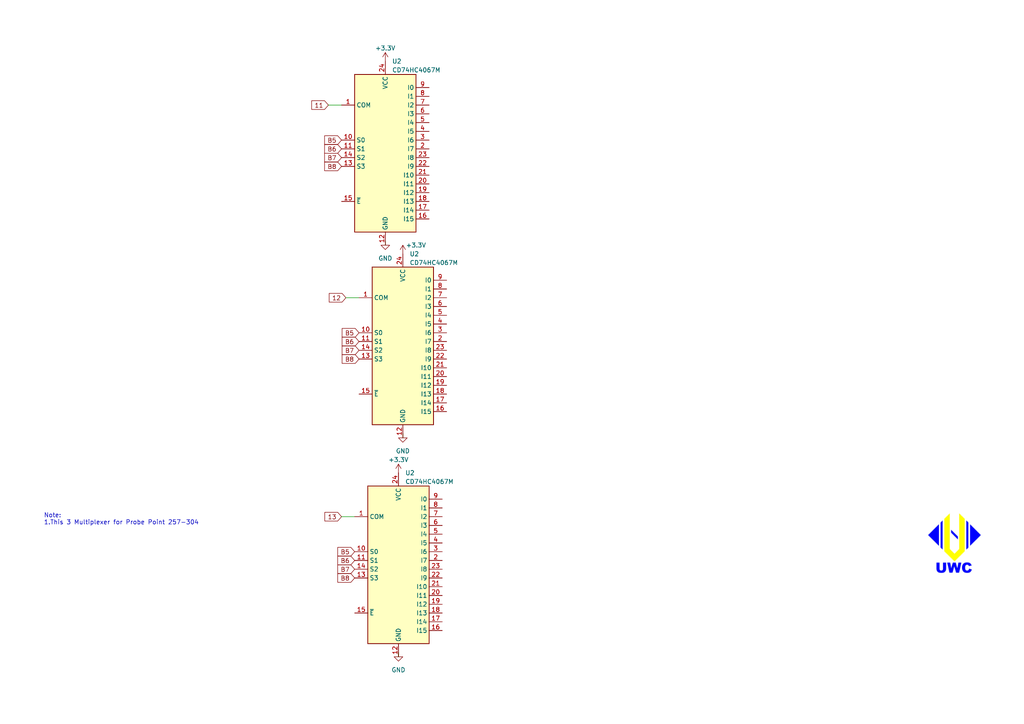
<source format=kicad_sch>
(kicad_sch (version 20230121) (generator eeschema)

  (uuid e76c00fe-8b1d-4880-97a1-18fb09ed1afe)

  (paper "A4")

  (title_block
    (rev "0")
    (company "UWC")
    (comment 1 "Danial Khir")
  )

  (lib_symbols
    (symbol "74xx:CD74HC4067M" (in_bom yes) (on_board yes)
      (property "Reference" "U" (at -8.89 22.86 0)
        (effects (font (size 1.27 1.27)) (justify left))
      )
      (property "Value" "CD74HC4067M" (at 1.27 22.86 0)
        (effects (font (size 1.27 1.27)) (justify left))
      )
      (property "Footprint" "Package_SO:SOIC-24W_7.5x15.4mm_P1.27mm" (at 22.86 -25.4 0)
        (effects (font (size 1.27 1.27) italic) hide)
      )
      (property "Datasheet" "http://www.ti.com/lit/ds/symlink/cd74hc4067.pdf" (at -8.89 21.59 0)
        (effects (font (size 1.27 1.27)) hide)
      )
      (property "ki_keywords" "multiplexer demultiplexer mux demux" (at 0 0 0)
        (effects (font (size 1.27 1.27)) hide)
      )
      (property "ki_description" "High-Speed CMOS Logic 16-Channel Analog Multiplexer/Demultiplexer, SOIC-24" (at 0 0 0)
        (effects (font (size 1.27 1.27)) hide)
      )
      (property "ki_fp_filters" "SOIC*W*7.5x15.4mm*P1.27mm*" (at 0 0 0)
        (effects (font (size 1.27 1.27)) hide)
      )
      (symbol "CD74HC4067M_0_1"
        (rectangle (start -8.89 21.59) (end 8.89 -24.13)
          (stroke (width 0.254) (type default))
          (fill (type background))
        )
      )
      (symbol "CD74HC4067M_1_1"
        (pin passive line (at -12.7 12.7 0) (length 3.81)
          (name "COM" (effects (font (size 1.27 1.27))))
          (number "1" (effects (font (size 1.27 1.27))))
        )
        (pin input line (at -12.7 2.54 0) (length 3.81)
          (name "S0" (effects (font (size 1.27 1.27))))
          (number "10" (effects (font (size 1.27 1.27))))
        )
        (pin input line (at -12.7 0 0) (length 3.81)
          (name "S1" (effects (font (size 1.27 1.27))))
          (number "11" (effects (font (size 1.27 1.27))))
        )
        (pin power_in line (at 0 -27.94 90) (length 3.81)
          (name "GND" (effects (font (size 1.27 1.27))))
          (number "12" (effects (font (size 1.27 1.27))))
        )
        (pin input line (at -12.7 -5.08 0) (length 3.81)
          (name "S3" (effects (font (size 1.27 1.27))))
          (number "13" (effects (font (size 1.27 1.27))))
        )
        (pin input line (at -12.7 -2.54 0) (length 3.81)
          (name "S2" (effects (font (size 1.27 1.27))))
          (number "14" (effects (font (size 1.27 1.27))))
        )
        (pin input line (at -12.7 -15.24 0) (length 3.81)
          (name "~{E}" (effects (font (size 1.27 1.27))))
          (number "15" (effects (font (size 1.27 1.27))))
        )
        (pin passive line (at 12.7 -20.32 180) (length 3.81)
          (name "I15" (effects (font (size 1.27 1.27))))
          (number "16" (effects (font (size 1.27 1.27))))
        )
        (pin passive line (at 12.7 -17.78 180) (length 3.81)
          (name "I14" (effects (font (size 1.27 1.27))))
          (number "17" (effects (font (size 1.27 1.27))))
        )
        (pin passive line (at 12.7 -15.24 180) (length 3.81)
          (name "I13" (effects (font (size 1.27 1.27))))
          (number "18" (effects (font (size 1.27 1.27))))
        )
        (pin passive line (at 12.7 -12.7 180) (length 3.81)
          (name "I12" (effects (font (size 1.27 1.27))))
          (number "19" (effects (font (size 1.27 1.27))))
        )
        (pin passive line (at 12.7 0 180) (length 3.81)
          (name "I7" (effects (font (size 1.27 1.27))))
          (number "2" (effects (font (size 1.27 1.27))))
        )
        (pin passive line (at 12.7 -10.16 180) (length 3.81)
          (name "I11" (effects (font (size 1.27 1.27))))
          (number "20" (effects (font (size 1.27 1.27))))
        )
        (pin passive line (at 12.7 -7.62 180) (length 3.81)
          (name "I10" (effects (font (size 1.27 1.27))))
          (number "21" (effects (font (size 1.27 1.27))))
        )
        (pin passive line (at 12.7 -5.08 180) (length 3.81)
          (name "I9" (effects (font (size 1.27 1.27))))
          (number "22" (effects (font (size 1.27 1.27))))
        )
        (pin passive line (at 12.7 -2.54 180) (length 3.81)
          (name "I8" (effects (font (size 1.27 1.27))))
          (number "23" (effects (font (size 1.27 1.27))))
        )
        (pin power_in line (at 0 25.4 270) (length 3.81)
          (name "VCC" (effects (font (size 1.27 1.27))))
          (number "24" (effects (font (size 1.27 1.27))))
        )
        (pin passive line (at 12.7 2.54 180) (length 3.81)
          (name "I6" (effects (font (size 1.27 1.27))))
          (number "3" (effects (font (size 1.27 1.27))))
        )
        (pin passive line (at 12.7 5.08 180) (length 3.81)
          (name "I5" (effects (font (size 1.27 1.27))))
          (number "4" (effects (font (size 1.27 1.27))))
        )
        (pin passive line (at 12.7 7.62 180) (length 3.81)
          (name "I4" (effects (font (size 1.27 1.27))))
          (number "5" (effects (font (size 1.27 1.27))))
        )
        (pin passive line (at 12.7 10.16 180) (length 3.81)
          (name "I3" (effects (font (size 1.27 1.27))))
          (number "6" (effects (font (size 1.27 1.27))))
        )
        (pin passive line (at 12.7 12.7 180) (length 3.81)
          (name "I2" (effects (font (size 1.27 1.27))))
          (number "7" (effects (font (size 1.27 1.27))))
        )
        (pin passive line (at 12.7 15.24 180) (length 3.81)
          (name "I1" (effects (font (size 1.27 1.27))))
          (number "8" (effects (font (size 1.27 1.27))))
        )
        (pin passive line (at 12.7 17.78 180) (length 3.81)
          (name "I0" (effects (font (size 1.27 1.27))))
          (number "9" (effects (font (size 1.27 1.27))))
        )
      )
    )
    (symbol "power:+3.3V" (power) (pin_names (offset 0)) (in_bom yes) (on_board yes)
      (property "Reference" "#PWR" (at 0 -3.81 0)
        (effects (font (size 1.27 1.27)) hide)
      )
      (property "Value" "+3.3V" (at 0 3.556 0)
        (effects (font (size 1.27 1.27)))
      )
      (property "Footprint" "" (at 0 0 0)
        (effects (font (size 1.27 1.27)) hide)
      )
      (property "Datasheet" "" (at 0 0 0)
        (effects (font (size 1.27 1.27)) hide)
      )
      (property "ki_keywords" "global power" (at 0 0 0)
        (effects (font (size 1.27 1.27)) hide)
      )
      (property "ki_description" "Power symbol creates a global label with name \"+3.3V\"" (at 0 0 0)
        (effects (font (size 1.27 1.27)) hide)
      )
      (symbol "+3.3V_0_1"
        (polyline
          (pts
            (xy -0.762 1.27)
            (xy 0 2.54)
          )
          (stroke (width 0) (type default))
          (fill (type none))
        )
        (polyline
          (pts
            (xy 0 0)
            (xy 0 2.54)
          )
          (stroke (width 0) (type default))
          (fill (type none))
        )
        (polyline
          (pts
            (xy 0 2.54)
            (xy 0.762 1.27)
          )
          (stroke (width 0) (type default))
          (fill (type none))
        )
      )
      (symbol "+3.3V_1_1"
        (pin power_in line (at 0 0 90) (length 0) hide
          (name "+3.3V" (effects (font (size 1.27 1.27))))
          (number "1" (effects (font (size 1.27 1.27))))
        )
      )
    )
    (symbol "power:GND" (power) (pin_names (offset 0)) (in_bom yes) (on_board yes)
      (property "Reference" "#PWR" (at 0 -6.35 0)
        (effects (font (size 1.27 1.27)) hide)
      )
      (property "Value" "GND" (at 0 -3.81 0)
        (effects (font (size 1.27 1.27)))
      )
      (property "Footprint" "" (at 0 0 0)
        (effects (font (size 1.27 1.27)) hide)
      )
      (property "Datasheet" "" (at 0 0 0)
        (effects (font (size 1.27 1.27)) hide)
      )
      (property "ki_keywords" "global power" (at 0 0 0)
        (effects (font (size 1.27 1.27)) hide)
      )
      (property "ki_description" "Power symbol creates a global label with name \"GND\" , ground" (at 0 0 0)
        (effects (font (size 1.27 1.27)) hide)
      )
      (symbol "GND_0_1"
        (polyline
          (pts
            (xy 0 0)
            (xy 0 -1.27)
            (xy 1.27 -1.27)
            (xy 0 -2.54)
            (xy -1.27 -1.27)
            (xy 0 -1.27)
          )
          (stroke (width 0) (type default))
          (fill (type none))
        )
      )
      (symbol "GND_1_1"
        (pin power_in line (at 0 0 270) (length 0) hide
          (name "GND" (effects (font (size 1.27 1.27))))
          (number "1" (effects (font (size 1.27 1.27))))
        )
      )
    )
  )


  (wire (pts (xy 95.25 30.48) (xy 99.06 30.48))
    (stroke (width 0) (type default))
    (uuid 248c98d5-9e2c-48e7-901c-d9337d1916d8)
  )
  (wire (pts (xy 100.33 86.36) (xy 104.14 86.36))
    (stroke (width 0) (type default))
    (uuid 6d3b2fbf-acb6-44c1-9c7c-9aadd6a08b2f)
  )
  (wire (pts (xy 116.84 125.73) (xy 116.84 127))
    (stroke (width 0) (type default))
    (uuid 718f50d1-9a93-4420-a7eb-cc50dc02f870)
  )
  (wire (pts (xy 111.76 69.85) (xy 111.76 71.12))
    (stroke (width 0) (type default))
    (uuid 76459cb9-91c3-4070-a8c7-2302ff6c8701)
  )
  (wire (pts (xy 99.06 149.86) (xy 102.87 149.86))
    (stroke (width 0) (type default))
    (uuid 8da508ac-c3fa-4855-8614-3246a558ab1f)
  )
  (wire (pts (xy 115.57 189.23) (xy 115.57 190.5))
    (stroke (width 0) (type default))
    (uuid 9779a146-e88e-408e-91de-a481422eba4a)
  )

  (image (at 276.86 157.48) (scale 1.41259)
    (uuid 243186d1-7ae6-4e85-a5f9-b734c2902b4c)
    (data
      iVBORw0KGgoAAAANSUhEUgAAAIIAAACUCAYAAABfjPF7AAAABHNCSVQICAgIfAhkiAAAAAlwSFlz
      AABcMAAAXDABsIpz7QAAIABJREFUeJztXXd8VUX2/869r5fUlx5IJdQAYqNZkOK6YmVBlrLo+kPW
      RUSx46oYsBuwoFRRZAUryLq6oqJAKKIiEGpoCYEQ0t/Ly2v3ztz5/fFeIJWS5PGSmO/nc8Xcd2fm
      zL3fe+acOefOELQzuKQNoIzBpLsBhJAWrdtatQ4qUYRRpwMhg1u07g60IBR2FLIyBodzODjnLV7/
      6bIKcA7IbI5f6g8khEAL0FJQ2HFUSingSp8bOyc/O8EfbYQFrTZJdOYjgCWVsZngSvshQ7sgAucn
      UIUEmDTP3yiQ/70nkl1+0dsi0WpEsvkegq8WE5KWRJXZ4FzxR1OXHG2eCFzZjaKqTtDzjOHAfxcK
      2BknQKItbR94G9NxAisVkDVEwecLQDolMmVGuxgm2jQRFHYaVncfWAwv3ATy9RJCdicSwvzYIgch
      ACFVEMjmG4E1S4G+yTJ7os0PE22WCAo/BhePhkmTMQJY+65IdiUIhPq/Ye7VNAKqIGLjUOCzBQLp
      mUTZg+C83P/t+wltkgiUroe1LBkaZAwH+epdgexOJEQGwAEovn/9BMJ9hwJC7CDYPILj84WE9OtE
      6QvgvMx/bfsRbY4IjG2FKN5AgkKeHEnI1++JJDuFoIYm8INpcK7KCbFDxMYRBJ8sIyThMlm+C4xb
      /SmEX9CmiMDY9wAGCIw9/FfgqyUC2dnprCYIAMhZm4GQzcOANUsFYXhfeLqA8dLAyNREtBkiKPRb
      cGEY4coDowi+f1MQDkV7NYFPVQeKDL72CXFCEH7pR/DfpRAf7KFIFjBeEiCZLh5tggiUrQMRbwTo
      I+MJ+fFtIuRYCJifh4GLB4ELRPjtcpB1HxDxpXTu6QyFnQ60WBeEVk8Ehf0M7r4RjE4fR8i3rxHh
      SBSBEmAt0AAIBwhA4AEhO68E/rcM4rN9FWUmPPwSeDPNRKsmAmW/gAhXE6KZPo6Q714nwuFoLwkC
      LVlj8BKTEBcE4bcrCPnqHSClL9h0yJ5WRNoG0KqJwKEWZTZtDMj6N4lwNMY7HLQyTVAXxHfADUJ2
      DQT5diFB/GVcDrBc50HrJoKyuRPBLy8KwsEaNkErJgEAr3zV3oQbAtl5NcHPTxIdVQVasnOhVRNB
      QIVeQIWZkLZCgprgPu3gBkFZGOFuMdASnQutiqVjZrwMAPh07pO+MwQg4G2LADVR7doqHL6xobqP
      QM1+Bh6tRiNMmnMI+7Nvxqb1Y2ucbbVW4QWDnPnv2b5s3zIKR3L+jCX7fwyQVPXRKogwZe5mrHgh
      GCERxeld03d1DrQ8/sFZInROOXS5KdQWPX9a6+lqwInw1LvrsfSZHujZ33nVkd+Sl5w61Ckh0DL5
      G8f3JPzpyG8JbwVHyJF9RxwG588GWqTAEuGJFb/gpYf7oteAsqtOHDQvrTgV0odLmvaR8tMIPp37
      JDx2PUqPh4w+tCP4TXOYFNln+ES8v/+ngMoVMGPxn298hVcmdUafIRVX5e8PXVpZZE5Xad0O7o/M
      otYGQjiV1CjND7kLIEjrVz79jQdjiwMpUsCIEBFXit5D7FflHwhdaisKSudKwEepSwkCAlCPhpTm
      B98FACm9yx8CUBQogQJGhI1fJAQXHNK/aisypSus2sWubV23V3BOwLm3r9SjIWUngu5SqRxHAfwr
      UDIF7DV0Veq1brs2ijOVz9cmbXa2oGnwEZ4QMElNnJWamEBKEzAicC5yDsI5yJk8wD8eCM5Ml3Eh
      oO/BJRkanlm0Ez/95AQXPNiy8gbvyVrZxn9UIgBA9TBxFqMfegqFRSNAoEPWqgGXRAq/a4Sn3v8O
      yxeFQme0ddLqyiP93V7bRW2FoNNZU4NCbeYBo/ddktb9SoSNu/+Nj9/uhogYKfXg9i7vFhxK6OLP
      9toTjmUn3bFnS5c5IZFu0+C/7Pd7e34jwns7V2HCpOsQEedMPb43ZEnp8fChklP/x7IHmwFHeZC6
      +Jjln3s3RmUEWSTTgL8c8Gt7fiHC0+9nYfbdgxDT2ZGauydkcXlB8PUKVSmkgwYXhM/eeAkA4ZJT
      qyo6FjptT5YlIzTCbRo4xn9kaHEibMl+H6vmd0Jkoj31WHbo4vKCkCHcl5NB/tBG4cXCe69kp1ZV
      lBs6bU9WREZolMtvw0SLEmHpb59g7N3XwxLrSs3dbVlcURAyhMnqP9j8QMuCg0By6lRFx0KnZf8Y
      mRFs8ZgGjtnd4u20GBEeX/Iz5vy9P2I6OVOP7QlbXF4QPESRVfAyW8Af20VsKs7eN69mCJm2Oysi
      IyzSbRo8qmU1Q4sQ4ZeDc/HZohhEJpzVBApVt/5E07YEAkhOvao4N3Targ3xGSGRbtOA0S1nMzSb
      CEs3r8Kdd42FJdadmrsndHF5QfAQJqtqzad3oLk4ey8lp05VfCx42u5NkRlBFpdp4OiDLdJCs4jw
      +LKdmP3AIMQm2FLzskMWlxeEDFGoCuSMe9BBgpaDL+mNcMhOnaooN3Ta/qxI3zDRfM3QZCL8evA/
      +HyBCVGdnam52WGLywtCvJqggSnTDrQcOK9tQO7eYMkIjnSbBt21p1n1NokIizevxZ139YUlVko9
      lu0zDKvT9juGAz+jYQMy2OI2Dbqz6QbkRRPh0cU/YM60vojt7Eg9ttuyuKIgeAijarRWo/C2B9/H
      LQ98Gmgx/AB+1oA8Fjote0NsRnikyzRg9N4m1XZRRNh15FOsXpSGqM5eF7HCZxiCE3DeOl1EjV42
      jHniU+Hm+w8FWpQWhnDmnstOraokN3ja71lRGSGRTZt0umAivL3pM4wcNQDhsc7UvN1hPsNQXcMw
      bJ04sKPHLS+Mf37CY+8eIbc88lugxfEDqjWDTlWcGzpt78aYJsUmLogITyzajMwHr0JsgiM1b0/o
      WcOQo9UbhmV50ZEFB6Lm/l//3uMfeH0DuWWG/yN5lxZe47ymAbkny5IRFnlxsYnzEuH3oyvx2ZJ4
      RCZU+WIHwUMU2pZyDAXmqDCEFx4yzZs64C/jH8w8QEZO928k79LD+xy8rqU3NpG9KSIj5CJiE+ck
      wlsbvsCtfxkAS4w79dius7GDtgYCAY4Kk6UwJ2ze/f2vGv/4G7nk9kd/D7RYLQ7OAU5qaIYfIzOC
      wz2mgaPPH5tolAgz3vkFcx+8ArGdXanH9oQurjh1NnbQWg3DxsB98Q5HhdFSeCho3j0Duo9/7LVd
      5PaHmmZht14IZ/I/z7iWmyMywqLPH5tokAgb89/Bmg+ifLGD8DYeO6j9xYzDqreczgmdN6n/sPGP
      zTtKhj/8a6AE8y9qxiZ+On9soh4R3lr3GcaPvAOW6PYROxA1EhNECgLu83AEOKwmy6lDIfMmDbhs
      /H1zfyC3z2jerFzrQ2OxCXejsYlaRHjyvW3IfPJqxCbaUvP2tI/YQUSC+4eQ6KosQSV71SYXAC7A
      adVbCg8FzXuq/7jxj2XuJLe2QzIAdWMTERmhjcQmzhDhp/z/4dOFFkTFO1Nzs8OWtJfYQWGu7khS
      esXk0LjKLEHlXZeREAUAgaPC6NUM/YeMn5q5h9z8UHsjQ/3YRHYjsQkBAF764StMGtkDlhipOqnk
      +vYSO3jgX9+hINeQk9i7dHJonC1LVFUvdUcALsJpNVkKD5vn/XPAgPHT5x0gox65NOnjlw4NxCY2
      RXiHiTvPagbhiSWfYeGjvRGT4Ew9lh3R6mMHF4t/TZiGx+YeQ8GRkJzEXhWTQ+OsWYLIanSPw1lh
      tJzOCZv3z/79xz/7+kny50d3BFJkP4HXMiD3bIjNCI/ymAb6ZiCF/34Whoh4T+rRPWFLKgqCWn3s
      oCl4+Mbr8frn61F00pSTmG71kkFFQYjXseTca0AWHgqZN2pAt/H3v7aVjJzW3oaJ2rGJ4tyQaTs3
      Rc42mBXz2OeWQ7DEiDEnDxrfrTjpHQ5ae+ygqRjfcyLufuxHFOWachJ7l08Oi7NlCaJ8dujjxGtA
      5gTPe7j/beMffWsHGflo+41NyC6tqjg3aNrRbO0ToiioBUEgTpUGOaJaYWcubKeYPWEi/m/e78g/
      aspJ6lU+OaTagCReA5KDnHEt/6//0PH3v5ZFRj7c3mITQPVakCqtYlOphcMQFEWgMrf1GmifGZlk
      XaDRuWl7GQ4aw3MjbsHCTzejON+Yk9S7dHJInC1LFH3LovrcS6fVYCk8bJ43fcAd46fOPUbGTNsW
      WKFbFN7nawhxlMelWWc8/bZtBVfAhKx/Xw9bqdqePrh4ZkSSbaFaJ9Gz6wO2T9zZ668YPWMzTufq
      cpLTyyeHxtmyiFj9dba3305fbGLa1b3HiyqlVS+WeWHwzQoTBYYQZ3lsmm1G5pptK9Yu1yorn53k
      dR+3fZmC8lKtvecA28zIJNtCrd5NCdridPKF4/V7/oqpb5bg5FFTTkJ6xeSwOGuWWNeArDBZio4Z
      XtifrU0OtLzNBfENf8YQR3lMl8oZGZ/9vmL5q2nKmvk9ANSYUNq+ujvs5Wp7+qDSmRFJ1oVqvaf1
      ry3fTDw19GosWrkBJfnBZ70JkdaaQJNdKrPbLhoCJ2XLwRDqKI9Nq5gx58ufV6x6LVn54o3LzvxW
      a4p565ousJXo7OnXlM+MTKxcqNG7KSEKQNrvine3XjYBox/9AaeOG3OS0q2TQ+Mqa2gGBd4xslWt
      VHxRIEQBIQoMIY7y2FT7jMy1v634+JVuyn/e7lPrunpBp61fdkF5sdbec2D5zEifZiBteIr5QpD5
      t4l46OWjKDhizEnwzUAKooz2sa4ThyG0qjw2zTrjuZV7V3z4cpry5Zvp9a5qMAy9fU0a7OVqe89r
      SmdGJtq8ZPAZGu0Vj998HeZ+vBElJ7Q5Sb3KJ4fGVWYRlT83E/UneA1N4CyP7WKbMfvTLSs+mRev
      fP5G7wZLNJqYsnV1GqwlWnvvgTavZjC4afvWC8DYvuNxx9SDOFUdm4i1bhZEKrZNtcBh8BmGmV/u
      XbEqs6vy1Tv1NUE1zpmqtn11N5SXaO09B5WcGSaqG2mveHPyzZi54AhOHg3JSehhmxyRWLJRNDra
      yDvgey6EnzUMP96xYvnLCcraty4/Z8nzJq/+vDYZ9jKdvdegipmRifaFGoOLEtK+5xmmXncD3v33
      OhSe0BzselXu1LjUguOBlulC4HURGYwhjrLYVPuMl9buWrHq9TTlizd7nbfsBaWzb13dFbZStb33
      4JKZkYnWBWqdh7ZjpQAAuLPfPXjgKRlup/GkWzZVBFqeC4Uh1FEek2Z95NWvNq346JUkZe27PS6o
      3AX7RdtWd0X/Ow7ZewyqeJoIHCXHQ/7hqdKqzyaztj88PSE10CJcEIhvr2pjqKMoOrXyiee++HXF
      ipe7K2vm9Tl/YR8u6gn+vCYN9lKNfcRY61NxaRUZWpPL1Z7thbYCQhjMlsrjnXqW3fvutvUffvpy
      mrJ6Xr+LquOiX+Vta9JQUaRxXP2XY6/GpFpna01uF84khnbgUoL43ESTxX48vnv5lAObkr9+Y2of
      /tX8hl3Ec6FJOn3122koPBIsDb61KDMmxTpbb3a4AAUd2uHSgRAOIjCYI2zH47vbpuzfmLpuysvf
      4ZsFF6cJqtHkwf2n9/ridJ5BGjz6RGZUqnW2zuRyNbWuDjQFZzXB/o1J68Y+/xsWPXljk2trlpX3
      /fKeKDxilq6/syAzOsU2W2d2ughhvizhDvgDhCggAoU5wn48vptXE9z9wjZ8/NyVzaq32eb+D++n
      o+CoSRp8e2FmdGpFh2bwN4gCc7Um2JS0bsoLW/DB0wObXW2L+H3ff5COwlyDNGj0yczoFOtsrcnl
      8s51d9gMLYUzNoGl6nh894op+zemrBv33E4senpwi9TfYhMAPyzvhcIjZmnIHcWZMSkVGTqT02dA
      dqC58HoHXhcxvpuXBJNe/Qkrn2+aYdgQWnQm6Mdl6Th5zCj1H3ViblSqtcY8Q/vOdvIfzsYOzhiG
      m5LXTX5hB5Y/fkOLttTiU4LfLe+OolyTdP2ogrkxKbYMndnh9G7y3UGEiwUBhyBQmCMqzxiG42f9
      hiVPX9HibfllbvjHZX1QcNQkXTvq5NzoVK/N4FukoAMXCg6AKDBZqs4Yhne/tA0fzWqed9AY/BYk
      +P79dBQcMUkD7yycG53sdS250kGGC8G46bNABCaaLVUn4rtZp+zfmLLu3hc24oOnmu8dNAa/JuP9
      sDwdQ+/eJ111ky1z73apSmewOdHyK8y3S0SmFOYqiuMfe9enrxv3/Fa89/T1fm3P72HD9R/0RHG+
      VvrbY4vf7dpnX3tbq6YF0LDt1Gfgb5/vXZ/+zb1z9mPlc4P8LsUlSc/dsLILwiKWMUGQ2moSoJ9Q
      kwS1R02nVee5/cEVeO9ff7skklyyPO3Vb/69zhle5///wOYDAWrej5VvzrrkIgQsYV9QAYKgkOrZ
      R/4H9S6rv58QVEpA34SApRaFRNDKkGj3Nxq925cQ+0fVCBz6EGdZaLS8LpBSBIwIbic8PQbbn49I
      tC1Q6z3Mu9JPS81A+km9ENYidXtXZPAmAPu+O3jknucrP292xc1AwIiwYdW1sJWKlb0G2p+OTrZm
      ak1Ol1eeZmoG30jD2HvNF7IGGOfgEDlvESYQ7g0gVZ6IS7NOm7tmz4pfvlUHNDAT0KzT7au7wVqi
      sQ+ZcOKZqC7W2bogh1Np7qQTUcCJEg/0NDC6oEXk5FwC6D0AKYsDeFhzuDD+0VcBwkRThP1EfM+K
      yYe2d175/ktJDX6GdikR8PTjn9cm40ROkNT/pvLM+B5FGSFxJc3MZ2AADvwJfH4G0EfH2Mpm1aZw
      DkYfBCdXJxP+5VuE5HdqrtaKSjmdG9+t9B8HNiSvm/ivbKx++/zfHfgbAScCAPz4fg8U5eukiTNX
      vNOt3/7s5tZHyGkdyI8PcLz9DJBsYuzfTa5LYc+BkMtTCdYuImTLDYC92VbtZdfs/nzfjz2/Gf9q
      NlbMufCUc3+iVRABADb+uyt+/V8fJrtU8tmzTRs2CeEQhEItETY9Dj7/GSDJxNiKi6qDcxmMvgCQ
      qBTg47eIsGUYESrrrOzcNDisWvedD32Mjx5vHSRo9aByRnfGuhRxDs45uehDUQhnLE5mdEwGYxuN
      jH1w4W3Tu8HoohRGR3ynsCDOlYtv33uInNKB31GpQuu/O9V8tBqN0BAUiOBc8Ml48a8iIQSEnFJB
      yHqC8/dmASkGRjPPWYZzDkrng5ArEoAvlxBh23BC7HUXeb9QCXxL4IqEk9a9DFOrJgJH5yIFqb8o
      PLiJK8NzEAIQclpDyA8Pgi+aBVypPZdmoGw+CCLCOV87hwhbhnhJ4K3r4pom4AoB5zES58kbFOjl
      8xfqQIOodN8Imb6bItPh3zIliDd1iOBc4IoicMainZROeEVh2wyMLa/VFuccbjoblK6NpPSuTxkL
      Z4oiNLE9whVOOGNxHpmOf4nS9Ua3LAXoLrYDcIVDps+C0kXJlN60gSlBnCsi5814QIzFSoxOeI2x
      rUbGVnnb4RyUvg0PXRUuy3cuZ8zSZNIpiugjXZxM6aR5lP1ikOVlAb6T7QCKzEHlyaB0SReZjljH
      WBDnvBlvqiL4yDA6g7EsE2MfQ5YeA2VfRsv09g8YC2dNNwy9RKAs1k3pxFcZ22ym9OK8lQ6cA5wz
      UPoEZPp2AqXDv1WUIO+Nb5Jm8JZhSqzM6MRXGdtpkOVVwZSOXsWYpYnegcC5Ivi8lFiZ0omvyvRX
      PWMfBfrWtT9wziHRR8Ho4i6UDv2GMRNv/hgeKzE67k0q37qcsTDadE0gcIWJnLE4D6V3z2Nsi1mm
      HwT6lrVfMMZB6XR45NnRVL75E8bCmXcsb5pmUBSBK0oYZyzER6qmEauaVDId/yJlW4wdmuASgHMO
      D50Myj63UHrzYsYsCleEZhiQ4M0zDEWfYXj3G4xuN3bYBJcYlL0Fyr6IoPId7zMWrjR1iGjOoSgC
      pyzWLdMJLzOWZWIdJAgMKM2ETD8Jp/TmRWfGeEX0MwGEOi7i3zJlus3AaPOinB1oJiSaCVleHkzp
      yMUKC6PNMSAvZkhgLNZN6aRMxjabZfphoG9DBwBAkmZAllcEU3rrMoWFydVvbouTQBE49way3DKd
      +IpMN+ubE+LuQAuDcw4qPQ4qLwum9M8LFRZOvUNEC5JBEXyaINUhy397itHNepkuP79wHbi04JyD
      yrMhsxWhVL55EWOWFjUgFUXgjKbaqTzlAcq5hnaQoHVDZpmQ2cpwKt/0rne6WGieAVntItJkK5Xv
      n84UrpKV7wPdzQ5cCGT2NmT671CvN+EjQ7M0QbKV0inTZMpFqgT084MOXCxkeQ5keWUIpSOXnjEg
      L4YQvkkqxlJsMp36MJW4SOnXge5WB5oCWZ4FWVoWTOntHzAWwZULjiVUG4YpNirfN5UxrqLSF4Hu
      TgeaA1l+AZSujpTpqAWMxbgvVBsw1qWKyvdNZdylpvQ/ge5GB5oLzjlk+jYU9otBppMyGYvzKL6Q
      ceOGYUqlLN83lXK7hiodw0G7AeccjC2BrGw0yHTCK4zFuhsKOXsNwxQbpfdNZZSLjP0QaNE74A9Q
      ZQUo26indOwcxuJlr2aoETugyVaZTn1YplxkHYZh+wZlyyCzzWaZTniFsjipmgyMJnldRJmLcgcJ
      /hiQ2b9B6VYjpRNeYSyeUpZqp3TKA0zhoix/GmjxOnApIdOPoLDNJkme/C9Jnvx3RZHV7A/sHfxR
      lykBADC2HIIwCQDAlXUQxKbvd3ChuOOfx+BxOOFyucAVApFwGE1GCEaCL+d393v7jaHFv3Tq+6e9
      MEWfgGgohWgshWgs8R6GUqiMxbAk7YdHbvwz8O7XH4Ah4gREQ8nZssYSiEZv+ciU/QCAqe9+hYiU
      I2fq9rZVCtFQAk1QIRL6Hmyw/oQ+R6EJOQXRWAJN0J+hCymBNrgEavPlCIrLw5W3ba9XZsorGxCe
      dAyisfiMLNWHJuQ0Eq840Gh/nljwGa77616kXHkYEKxY/c5NJDyuUgfBGQzBGSyoHEGde5Vqvpzf
      DbrQ0+h17QH86d4dF3nXm48WX0xLa/CYwiKVUZKJBXnPeD8VIyAAFJhD+KH9J6RGJ+yNRiksPIrd
      KbuZvvYvBAIUmMJodvFRbLSXc1VIhHKrSFhcbcXGIYgKTEHKBgB7atawYM3zeHce6y5HK8M4ZfU+
      YtOaFJtGz74A4Kh53hRcIoSGx9ykFlly9cI31RBEBcFhdAuA3+v2ZfiEXZj7RDRGTDhhVmvVfTp1
      tV0ZmbChD5XUMVRm4ZwTCAJXfttISiKTTubrzHSXqFa29bm+6MDhfUfkIX/Kx9JZLbv49iVD32FH
      OxnDKvIElcTrHqLaxcPj81fJNKnRIan7oBPd9SG2EkHlaaC8k0ck5M0HgIy1S8XIlPyPRI2rznUe
      rtI6eEyX/FdufqB2lJBzIKbbiRfVuiouqOvXbwipqOx2zaEBdWUacfeOkODokl8bkklrsirJVx4a
      W7udJeg55AgmPL1Zl3bV4bHhnQp/0JntNlHt5kSQOSGUEzAOMA5CvX8LEldpXNwYaj0d3eXUB+nD
      D14OcNzy8G8t9GTOjRYfGhRFzRWqUhSqQt2DUTUUquIqsfHvQQkTwKmKK95rax9MDc5EDgCL3+nH
      jEHYDS7Ub0dWwePUdgkLZbU03sj7swzuSnV/6tFCkevKp4bk1JnsFZoBQ/6yrZZMldageOrRJihU
      U6eMCEEkpXoTr7WibGr/YTAGSZ3Wf57wTv6ByGXlBZahbrsxiMkacEUE54JvjXICcMH7t6IClbRw
      VARFFeeGTzq+O+LzLlfnTuhzQ6kw8Zn1LfZ8GsOl+xqa1Pn3nGj8y+PqX75YsxEalbxDpZbr7z3J
      CWRJTM3dHx1S83R+jiXJ49T2bFgMDkZF4qnUDkzo6lHX/KXkpNJZdovB9dohHBqtnBcb7zxZferq
      2/YiKkaKz8u2LCzOtfzdYzfqOScNrBjHa/xbu17ORFSWBCWeOhT25qcvpI35MGNoo/ejpXDpiNDC
      K95dbXwYQRbnEbVOOl17r2rvW8Y8Yqy1RB1Tff24WdtQWW7oJ7m14ZyLDe8aoAhwOzT99u2yxFaf
      emTZOngcujRGBU3dywVBgUbvPtj7uqJKAJi+9AuERFYZ8/ab5pSdDPozk7TgELxvPQhAqvfHVAAo
      8G6E5t0MjdRYHYZzAeAinFZj2OncoDl9bzrQ808P/tpSt65BtOr1Ec6HhB4VRWo9PUJQf9E7KquD
      nHZ9CufepX+7dSsSXHbNdUxSN7piBQcgubRxZUW6Pi9+8AkAICycCZJLla6w+na1IFLoDGynrcyo
      AMBHs4biSHbULeWngsYyWV3vei8YtEaXxxxuO2AOL9tmDK/M0RhcbggNvSkCHOXGlOK8oCmJKTa/
      rrTRponw2es3u7UG9y4i1l3rm4DKKrXLoe0hXu9db/GHLxPD3FWaK7lyji4TgMmixlWpHfTUpGcB
      AFv/azFKbnU38PoaRFQzl94kZS994hoAQK9r84Otp4xTPE6tltSuFl5vhiE4pnJX5x6ld/e5tuiG
      wbccGNHzmsIhnXuVTwyOsu8WRNmrGXzL8gIcTFajstgwJmttvF/X32vTRNh79BZojHSnoGK1mMBB
      oDAVZLfQ9eN5mcLX5Wtw+qShu+RSJ5/PSFGYAGeVdtAN96w0A0BBrjlK8qgTeANEUGnp6WCL6zAA
      OPk4nDqmv6KqQncVV4Q61oB3615zRNW+lMvKJ544FPQxFPVpJgVXQVEX5h/Wfp7Qu+zvpnDHYVQP
      HYICQSVDY3B5BFGWqOTp1tz7dS60aSKkp66EOUjar9ZQa70fuQDZren63ltDTDeHDYGzTDuIelSm
      GhegQUNNESFVabuW5OmSOB+EKpuYzDyipW71hHBodPLhrv0qigFAj5WwW3UDZbfGUHdeAwBUWg8L
      i7LP3/F1wt5R03dh89o0rPuoH7av7YaX3snH7nWpv4fFVS41WWyV5nDr3vD4ss+iU0qe7tTj9J0p
      fUtviOwAoKdgAAALIklEQVRc7Nf57zZNBACIjHflq/VyfkN7TMqSEF94Uhdx34K9KmeVdiCTa47z
      HGqdhNAYp3KGDFwAIED2aMI8DuOggZOWwe3Q9GBU1NbcnMy7ByOFxiDvnj9nphsAps7/Su1xqC7j
      TIW6k04EHBqDXBgc6Vz/0ILN+KiOFzDjr1dj0uzt6Nq/5IPLh5++qfe1J294fvm34woORrzodgrf
      gAhHVCrB2VL3rCG0eSKkD660qfXS3oZ2kWOyKtxpUyf89nVorMeh6VNbvRNojZ7S6BTbWkFFeZ1y
      gq1MM/hvt/+k8ji1vRQmgtQsyzlEjcz0JvfO7/O8G3Ae3pGok92a2PpDiNdbUKml4zHJZYVv3N+w
      K7j8mf5wOVTFLie2ckVd8t1H3enk539Bwf4U7PquG3760L8uZMD2a2gpOOwGRaeXdwoim8iU2oY1
      k1VaT5W2mx2CQXarY2q9pYRDpZb3i+rKpRpd0DBPlcpcPRnOFQHuSnWfTz67MlFyC125ItYYQDg4
      AJVatprMrv2jk14BANhOy2aFIqwxG0QQhVO3X1/s+t/Cxvuy6cPLmngXmo82rxHee+JKGEzubFFN
      663hrDCBSBLpJXl0I6hHo665VCIRGfRmaVt8V+vPWqN0FHU2Nve4dAnFJ4OGUo+6U+0NZggIAdQ6
      +XhYZ1d+9VlJUkSFkYZ9RgJwCPJ9d5W12q1x2zwRAMBskY6otXIRUHNiCeCKAALtIHeVdpjCVKip
      tlUaWTYEu7b+b8GJcp3Rs50INZ8RAfWojS67aTKTdZHeSaEavxIGjY7mDBm4z3b2JDvHXtgXthvu
      zdM/x22PrMdzy49feOdbCC1PhABkOKRebi3S6D2HCKn7whHYy4y9KkuN3eoacGq9dDIsypn90KfR
      0AV5skSNzM78TjgUJpKCnJB+HqdWX8/4ExVojHTn81MnnWlQZyCSoOLuBgXkAAE3PPVa/DknhSL7
      bkPvYVbV85OikHLFEVw3Jht3TN95cTejifCDRlBIbcvKB4Lq+XYOnKxf7OyF1Vu5NPxrA+cWzH7Z
      rTXKuwWR1bMZHTat4KrU1C5GFOgM8s4ulxcXvHnXdQi2SL9rtHLJWe/B25LsUhPewFZLKg11643y
      bs7PPtfIBINdVJGS+m+9d1xhshK9KyeoTmi9NvJ+HGNcMbP364l9Smaptco1Kq0nbM2bfRHT4zj6
      35aNSS99e67izUKLE8EQanWJKrmq3g/Vu3cRlenxzC8bNFL/u+U9cMFlJFypN68PAERQoNJye93z
      3x++CnqjZ5egoqzmg6ies6/VTaJApZa5wezZmrfbKANAp9TSPK1R2lMzXuGNEDZ8e9RaWhwSLh+u
      qYHGjv3WrdG7j9QeYqrrImBU0/n0SUvMvPWrG6xz9HO/orQwuEtxrmXiiX0Rz+VlR3/92/eJ66K7
      FLxhMLGRCkcc9eNOui1OhLRuJ+xqLT1Z353zvhlUUvfauCktbtg9tbdleP6brzHy1vFwOlRXUVkV
      1KCwIuMqvZJX9/xdac/BGCTtU2uo9byxLQ6otJLdGOrZdtM/TgEAvl44yKUzSduEelPVDYAoUOnk
      wwk9Kk7XPP3iB48oerP0S11XFPB6KJJLHWUr1g55eOhNGPd67Syoux7JwtOzfidVZcZxklMXqlAV
      PHaDubIo5IqS3PDpJ/dZPj91xPiiwVzVWACj2WhxIiyf/YVHZ5R3iKJcx3gSwDmBy25ILMwNuq9z
      r0ptp1556HntLnQffAAvj78cA687nlRZaryXSiqhIcNKpaEOY5Brf0Pthse78lU66XjjBpsPhEOj
      l45FdrIdeuamUQCATbtvgjHUuVmtlVzwzfU3Wlzg0Orl7CtuZ7W8lD1LbkRYlJylM7lPgyi1RjcO
      AurRieWFIQ/2+XN+v5WPdkPawIPode3vSL3iMD7JHIxxQ4cNLck3TWSSyjc2eu0ShapBJbWWK+pj
      A/vl+m1B5xYnQgUSYQpzbVPpJE/9h0lAPWqhODd4+jcLUxbpjMpwgHcFeHp0snvCwV/DPqwsNvbz
      ilV7mpYQBXqze29cqqvBbYUvG7DPptazfed6iIA3dKw3e7bf/9z+8upz1/b5FuEx7j0a/fmJJKoo
      0xrlnacP0do9I9+hy5XFOWaL42tRlGvHqHzJJ/YSU4+83y0fJva2TRVFfjkHT1OplYGdeuY/cyI7
      9D1XhSHaux3AmX3gAHDoTK6S0BjH17K7VW/5UB+DxuyyhMYXbyOC5E3HAuOAUuOgXFB5uNZY5dSb
      rad1ZluJWuekRJA5COUArVOGco3eQRP7Hn+A81kNtply5ynEd897RKV21Wmr9qHWOWhS32Pj719U
      +3O2B978WhWReGqlIHp8aWR1y3r7oTPbyrtek9OvIRlunPIr0ofn9DFHluZ5+1G77wSMEyJztdbJ
      dabKcp254rTWZK8UNW5OiOw7arRNKBfVLh6TdmLx3zN+8Nuw4EdwdB2Ue6shxGol8HawPhmqD37O
      BwcoXBA93JJQ+OOgMbsi5v+34c/TOdegy5VHRmiNVa5z1WUIrSjsPexAvbzxP9/7KxJ6505Rax3M
      S8Ta5bwPkXJzROmegWN+jWis5x6+mCRflXuvPqjSQXz5iOfrX6MHkXlQdNnhviMO9brh7/VyY1sU
      fplQum9pFgaPO/6NJdH2mtbs9HjPNmbwnlsVE4EhKLIyJ6ar7bED2yNLHhg5quHriISgMOmwSkOL
      G6+MQ2uQsjul2fLq/vTNe1fCGOr5RaWT60cyAa+qJwq0BunA9XfmVjTWxNS5vXi/YRUrolIqZ+vM
      TleTM7MIhynMURSdYn1813dd9v64rEEl1Prxp2nZGPvwdl1Sv7zpJkvZKUHl4QDlBNSr/gnjIMz7
      psH7NyHe//f+LXOV1sEtnYs2pA87fCXA8eRHn52zzdtnbNeHxJSsb1j7MC6oJB7T9cTz6FzfuwWA
      4fduCwqJKdqKem+xVy5R7eJJfU4+cz7y3nDPPoyds1WTdHnuNLOl7ISocnv75OtX3b4Topy9D6Bc
      pXHxkNiS3V0HHR/p4SvIuNcu/XcOLYphf90DznuRXkP3XxXdpWCJKawsT2Owu1UaJxdUbi6IHl96
      t8SJIHtT0TVOrjPZHMHRxTvj0/OevWZMdkxIyinc+1rWedt7K2sLie2a/4rGaHeq9Y56hyGsrDyt
      /5FhK797usHynI8icd3yXtKaKuuV1egdTmNYWUXq1Ydu3FLy4nllGXLPHnAO9Bm+r19s2sn55oiy
      g1qj3anSOLigcnMiSN5+E5kLojeVXWusdJkjS/fH9Tz50hW370sGOEbP3H3R970p8Gv08YdV6bgt
      Ygd3VKp+eXrJth3vv9wtobJU38XtEBJljzEKzB0hS8TMQSCIXFGr1YUqvbvQECLvi+5cuXfTx/1K
      ojvnIDNzI+69/a/nbe/kYcKj46vm64zKN1ypP5ur1nqkyJiq3eNGvNBg+dUn0nhEYtnbWiP5ljPf
      qMkJCAg4UaDSueTw2PLsQREzzyvLT++n47bIrXBWib8X5GTsHHD7P2PLC43dnFXqntSliaYyjWZM
      EEAAjYbYVDolT2927w+Pd+/ZvqbXqbC4Kkya9T2Wzxpx3rZaApckMrB01//w5fxoFJzQorTAgJKT
      KritRgAhZwJB1W6bylSE+K4OxCU40TnVhlWvDr6otnpftx/WCgPq5SZyQK2TEBXrwravGk//Sx+6
      A5Ul4VCqy3MBBN7gs0rvgiWmAr9+dfUFy8P5Ztw2TYei4zoU5Rtw4pAezBVdKwBGCAfUJejUrQrR
      CW50SvVg9RuXNiT9/3P+d2EZmwnqAAAAAElFTkSuQmCC
    )
  )

  (text "Note:\n1.This 3 Multiplexer for Probe Point 257-304"
    (at 12.7 152.4 0)
    (effects (font (size 1.27 1.27)) (justify left bottom))
    (uuid 805a0bb2-16f1-4977-88cf-1e9c248618a8)
  )

  (global_label "12" (shape input) (at 100.33 86.36 180) (fields_autoplaced)
    (effects (font (size 1.27 1.27)) (justify right))
    (uuid 0891218b-51b0-4f56-82fc-00def01c4932)
    (property "Intersheetrefs" "${INTERSHEET_REFS}" (at 95.0052 86.36 0)
      (effects (font (size 1.27 1.27)) (justify right) hide)
    )
  )
  (global_label "B6" (shape input) (at 99.06 43.18 180) (fields_autoplaced)
    (effects (font (size 1.27 1.27)) (justify right))
    (uuid 14620a38-c8bf-4f62-8739-22c5c59f884d)
    (property "Intersheetrefs" "${INTERSHEET_REFS}" (at 93.6747 43.18 0)
      (effects (font (size 1.27 1.27)) (justify right) hide)
    )
  )
  (global_label "B5" (shape input) (at 102.87 160.02 180) (fields_autoplaced)
    (effects (font (size 1.27 1.27)) (justify right))
    (uuid 1e91b6d6-0f69-4e0e-845f-cdebbb7bd645)
    (property "Intersheetrefs" "${INTERSHEET_REFS}" (at 97.4847 160.02 0)
      (effects (font (size 1.27 1.27)) (justify right) hide)
    )
  )
  (global_label "B7" (shape input) (at 99.06 45.72 180) (fields_autoplaced)
    (effects (font (size 1.27 1.27)) (justify right))
    (uuid 20eff25f-907d-491e-8d7f-5ba264510267)
    (property "Intersheetrefs" "${INTERSHEET_REFS}" (at 93.6747 45.72 0)
      (effects (font (size 1.27 1.27)) (justify right) hide)
    )
  )
  (global_label "B5" (shape input) (at 104.14 96.52 180) (fields_autoplaced)
    (effects (font (size 1.27 1.27)) (justify right))
    (uuid 25b81c34-5a52-4e53-947c-6a2f1af1dd32)
    (property "Intersheetrefs" "${INTERSHEET_REFS}" (at 98.7547 96.52 0)
      (effects (font (size 1.27 1.27)) (justify right) hide)
    )
  )
  (global_label "B5" (shape input) (at 99.06 40.64 180) (fields_autoplaced)
    (effects (font (size 1.27 1.27)) (justify right))
    (uuid 38fa2418-becc-45b5-a098-802ace2f5a88)
    (property "Intersheetrefs" "${INTERSHEET_REFS}" (at 93.6747 40.64 0)
      (effects (font (size 1.27 1.27)) (justify right) hide)
    )
  )
  (global_label "B8" (shape input) (at 104.14 104.14 180) (fields_autoplaced)
    (effects (font (size 1.27 1.27)) (justify right))
    (uuid 54137893-454b-4967-9b34-cd08ff24e1f4)
    (property "Intersheetrefs" "${INTERSHEET_REFS}" (at 98.7547 104.14 0)
      (effects (font (size 1.27 1.27)) (justify right) hide)
    )
  )
  (global_label "11" (shape input) (at 95.25 30.48 180) (fields_autoplaced)
    (effects (font (size 1.27 1.27)) (justify right))
    (uuid 6708f9a7-95e0-434b-8857-31c329174b82)
    (property "Intersheetrefs" "${INTERSHEET_REFS}" (at 89.9252 30.48 0)
      (effects (font (size 1.27 1.27)) (justify right) hide)
    )
  )
  (global_label "B8" (shape input) (at 99.06 48.26 180) (fields_autoplaced)
    (effects (font (size 1.27 1.27)) (justify right))
    (uuid 6a7f599e-6095-4acc-a85f-1241fb6906da)
    (property "Intersheetrefs" "${INTERSHEET_REFS}" (at 93.6747 48.26 0)
      (effects (font (size 1.27 1.27)) (justify right) hide)
    )
  )
  (global_label "B7" (shape input) (at 102.87 165.1 180) (fields_autoplaced)
    (effects (font (size 1.27 1.27)) (justify right))
    (uuid 8dbb1edb-a524-4ab2-8f62-244435853c8f)
    (property "Intersheetrefs" "${INTERSHEET_REFS}" (at 97.4847 165.1 0)
      (effects (font (size 1.27 1.27)) (justify right) hide)
    )
  )
  (global_label "B6" (shape input) (at 102.87 162.56 180) (fields_autoplaced)
    (effects (font (size 1.27 1.27)) (justify right))
    (uuid acb44884-af4e-4dd5-b5a6-1e0e42c8acec)
    (property "Intersheetrefs" "${INTERSHEET_REFS}" (at 97.4847 162.56 0)
      (effects (font (size 1.27 1.27)) (justify right) hide)
    )
  )
  (global_label "B8" (shape input) (at 102.87 167.64 180) (fields_autoplaced)
    (effects (font (size 1.27 1.27)) (justify right))
    (uuid b17b6948-747a-446e-a6ab-f3549d701824)
    (property "Intersheetrefs" "${INTERSHEET_REFS}" (at 97.4847 167.64 0)
      (effects (font (size 1.27 1.27)) (justify right) hide)
    )
  )
  (global_label "13" (shape input) (at 99.06 149.86 180) (fields_autoplaced)
    (effects (font (size 1.27 1.27)) (justify right))
    (uuid b3ffcf40-9ef5-4e9e-aba0-ad468ec6bc41)
    (property "Intersheetrefs" "${INTERSHEET_REFS}" (at 93.7352 149.86 0)
      (effects (font (size 1.27 1.27)) (justify right) hide)
    )
  )
  (global_label "B6" (shape input) (at 104.14 99.06 180) (fields_autoplaced)
    (effects (font (size 1.27 1.27)) (justify right))
    (uuid bb456be3-308f-4c45-8316-9c146b356ade)
    (property "Intersheetrefs" "${INTERSHEET_REFS}" (at 98.7547 99.06 0)
      (effects (font (size 1.27 1.27)) (justify right) hide)
    )
  )
  (global_label "B7" (shape input) (at 104.14 101.6 180) (fields_autoplaced)
    (effects (font (size 1.27 1.27)) (justify right))
    (uuid e690659f-dbf2-4df8-8cc2-2ad74a0b890c)
    (property "Intersheetrefs" "${INTERSHEET_REFS}" (at 98.7547 101.6 0)
      (effects (font (size 1.27 1.27)) (justify right) hide)
    )
  )

  (symbol (lib_id "power:+3.3V") (at 116.84 73.66 0) (unit 1)
    (in_bom yes) (on_board yes) (dnp no)
    (uuid 2a67fcc7-9618-4a71-a2dc-3f5aa685e1d0)
    (property "Reference" "#PWR05" (at 116.84 77.47 0)
      (effects (font (size 1.27 1.27)) hide)
    )
    (property "Value" "+3.3V" (at 120.65 71.12 0)
      (effects (font (size 1.27 1.27)))
    )
    (property "Footprint" "" (at 116.84 73.66 0)
      (effects (font (size 1.27 1.27)) hide)
    )
    (property "Datasheet" "" (at 116.84 73.66 0)
      (effects (font (size 1.27 1.27)) hide)
    )
    (pin "1" (uuid 1e8357d4-4ba7-4028-9e7e-2a7c0d4ef47d))
    (instances
      (project "Automatic Continuity Tester"
        (path "/92814852-6426-4325-b618-1622fe4cad6f/40f39165-3305-4729-b4e2-1a9b6e379ea1"
          (reference "#PWR05") (unit 1)
        )
        (path "/92814852-6426-4325-b618-1622fe4cad6f/0bbe49c9-9df1-40c9-ba8d-77f6fb915188"
          (reference "#PWR024") (unit 1)
        )
        (path "/92814852-6426-4325-b618-1622fe4cad6f/1b7f8bb9-9c02-4d50-b4e0-71338b56117f"
          (reference "#PWR053") (unit 1)
        )
      )
    )
  )

  (symbol (lib_id "power:GND") (at 111.76 69.85 0) (unit 1)
    (in_bom yes) (on_board yes) (dnp no) (fields_autoplaced)
    (uuid 2be2d675-b80e-4eba-9d44-94646d810dd9)
    (property "Reference" "#PWR025" (at 111.76 76.2 0)
      (effects (font (size 1.27 1.27)) hide)
    )
    (property "Value" "GND" (at 111.76 74.93 0)
      (effects (font (size 1.27 1.27)))
    )
    (property "Footprint" "" (at 111.76 69.85 0)
      (effects (font (size 1.27 1.27)) hide)
    )
    (property "Datasheet" "" (at 111.76 69.85 0)
      (effects (font (size 1.27 1.27)) hide)
    )
    (pin "1" (uuid 5e84c546-99f6-4294-a575-115a5a12e4d0))
    (instances
      (project "Automatic Continuity Tester"
        (path "/92814852-6426-4325-b618-1622fe4cad6f/0bbe49c9-9df1-40c9-ba8d-77f6fb915188"
          (reference "#PWR025") (unit 1)
        )
        (path "/92814852-6426-4325-b618-1622fe4cad6f/1b7f8bb9-9c02-4d50-b4e0-71338b56117f"
          (reference "#PWR050") (unit 1)
        )
      )
    )
  )

  (symbol (lib_id "power:+3.3V") (at 115.57 137.16 0) (unit 1)
    (in_bom yes) (on_board yes) (dnp no) (fields_autoplaced)
    (uuid 393a9323-26da-4dc1-8237-bf3e2b1b2161)
    (property "Reference" "#PWR05" (at 115.57 140.97 0)
      (effects (font (size 1.27 1.27)) hide)
    )
    (property "Value" "+3.3V" (at 115.57 133.35 0)
      (effects (font (size 1.27 1.27)))
    )
    (property "Footprint" "" (at 115.57 137.16 0)
      (effects (font (size 1.27 1.27)) hide)
    )
    (property "Datasheet" "" (at 115.57 137.16 0)
      (effects (font (size 1.27 1.27)) hide)
    )
    (pin "1" (uuid 7b84d129-cffe-45f5-980b-19abf61c027f))
    (instances
      (project "Automatic Continuity Tester"
        (path "/92814852-6426-4325-b618-1622fe4cad6f/40f39165-3305-4729-b4e2-1a9b6e379ea1"
          (reference "#PWR05") (unit 1)
        )
        (path "/92814852-6426-4325-b618-1622fe4cad6f/0bbe49c9-9df1-40c9-ba8d-77f6fb915188"
          (reference "#PWR023") (unit 1)
        )
        (path "/92814852-6426-4325-b618-1622fe4cad6f/1b7f8bb9-9c02-4d50-b4e0-71338b56117f"
          (reference "#PWR051") (unit 1)
        )
      )
    )
  )

  (symbol (lib_id "74xx:CD74HC4067M") (at 116.84 99.06 0) (unit 1)
    (in_bom yes) (on_board yes) (dnp no) (fields_autoplaced)
    (uuid 3c42617e-b876-43c2-a96c-336107bed8aa)
    (property "Reference" "U2" (at 118.7959 73.66 0)
      (effects (font (size 1.27 1.27)) (justify left))
    )
    (property "Value" "CD74HC4067M" (at 118.7959 76.2 0)
      (effects (font (size 1.27 1.27)) (justify left))
    )
    (property "Footprint" "Package_SO:SOIC-24W_7.5x15.4mm_P1.27mm" (at 139.7 124.46 0)
      (effects (font (size 1.27 1.27) italic) hide)
    )
    (property "Datasheet" "http://www.ti.com/lit/ds/symlink/cd74hc4067.pdf" (at 107.95 77.47 0)
      (effects (font (size 1.27 1.27)) hide)
    )
    (pin "1" (uuid 3aa659e5-bdc9-47fe-8f2d-556b702d6c0f))
    (pin "10" (uuid f17162c9-8386-4353-ac29-f7ac6b0900b7))
    (pin "11" (uuid 98d61598-4d45-46dc-b8ee-54a924a69487))
    (pin "12" (uuid 40f9d23b-0800-429d-993c-81e77d760b07))
    (pin "13" (uuid a04ed3e8-3363-4d9b-8c03-a894879f54a3))
    (pin "14" (uuid 7cce36dc-f934-4fe0-b6d8-6cfe4ff2e6f7))
    (pin "15" (uuid 183a025d-b263-47ab-89e6-1f2f25446f35))
    (pin "16" (uuid 71a4b2b4-4cd2-4807-a472-3f6ff07d91ac))
    (pin "17" (uuid 8082717b-596d-4f9a-ab29-5e456703f747))
    (pin "18" (uuid 960135ab-e587-45a8-bc62-193056e06e41))
    (pin "19" (uuid 651122d1-d9e3-41d2-82ee-d698b01384c8))
    (pin "2" (uuid 40b86c18-fb6f-4f18-9866-4685748c6500))
    (pin "20" (uuid 80497941-86e9-473b-a103-140974961fcd))
    (pin "21" (uuid 9f003553-5278-4f1c-8f0a-06dd3807de85))
    (pin "22" (uuid c7d7ed8f-895f-4e41-a618-2c3d708e4e9b))
    (pin "23" (uuid d62c7338-2c21-4a52-9b5c-a5f14d721f68))
    (pin "24" (uuid 4be3c086-eefa-42cf-b260-3942d2a96cd4))
    (pin "3" (uuid bfc6beef-dc1f-474b-80c7-6ba57df66762))
    (pin "4" (uuid 6e8204fe-02f9-4205-ae95-2f8f93a1648e))
    (pin "5" (uuid 6fee399a-96bb-4058-ae22-cc748ea024e4))
    (pin "6" (uuid 47adfaa5-1c05-4623-96b8-35916a2ad219))
    (pin "7" (uuid 8e791778-0070-4d93-a42c-428c5f1ba1c2))
    (pin "8" (uuid e88b209d-c710-4fa0-b256-f0383807c144))
    (pin "9" (uuid dc4096d6-ed23-4a83-b861-e8c751cf93fa))
    (instances
      (project "Automatic Continuity Tester"
        (path "/92814852-6426-4325-b618-1622fe4cad6f"
          (reference "U2") (unit 1)
        )
        (path "/92814852-6426-4325-b618-1622fe4cad6f/40f39165-3305-4729-b4e2-1a9b6e379ea1"
          (reference "U5") (unit 1)
        )
        (path "/92814852-6426-4325-b618-1622fe4cad6f/0bbe49c9-9df1-40c9-ba8d-77f6fb915188"
          (reference "U22") (unit 1)
        )
        (path "/92814852-6426-4325-b618-1622fe4cad6f/1b7f8bb9-9c02-4d50-b4e0-71338b56117f"
          (reference "U45") (unit 1)
        )
      )
    )
  )

  (symbol (lib_id "74xx:CD74HC4067M") (at 115.57 162.56 0) (unit 1)
    (in_bom yes) (on_board yes) (dnp no) (fields_autoplaced)
    (uuid 6bf98a75-6fbe-482d-9c1b-7299e3b384e4)
    (property "Reference" "U2" (at 117.5259 137.16 0)
      (effects (font (size 1.27 1.27)) (justify left))
    )
    (property "Value" "CD74HC4067M" (at 117.5259 139.7 0)
      (effects (font (size 1.27 1.27)) (justify left))
    )
    (property "Footprint" "Package_SO:SOIC-24W_7.5x15.4mm_P1.27mm" (at 138.43 187.96 0)
      (effects (font (size 1.27 1.27) italic) hide)
    )
    (property "Datasheet" "http://www.ti.com/lit/ds/symlink/cd74hc4067.pdf" (at 106.68 140.97 0)
      (effects (font (size 1.27 1.27)) hide)
    )
    (pin "1" (uuid e6aed3d7-752e-43d6-a71d-c5cc2a19edb0))
    (pin "10" (uuid f5837f3f-e684-429a-8e10-fd0d059c2266))
    (pin "11" (uuid 488a026a-1268-4c3c-b278-5a9854609a74))
    (pin "12" (uuid 03f873a9-ed04-44c7-97c2-2f7b84dd007b))
    (pin "13" (uuid 3e42ff5b-f723-4eff-a64b-ef6f1ce88cff))
    (pin "14" (uuid 78966162-8cc7-4b72-b633-d828cdd3fe4a))
    (pin "15" (uuid 0268d46e-f2c1-4c22-95c1-397442f595ea))
    (pin "16" (uuid 15202ac3-05a3-45a7-a124-e726fe4aeb20))
    (pin "17" (uuid 853a7e47-d8cc-43b0-bced-cfea3ed38790))
    (pin "18" (uuid e7f96fcd-db3a-4c7a-b542-e8dd67091c58))
    (pin "19" (uuid 893c048b-c21c-4b6b-b355-f77c50744c39))
    (pin "2" (uuid e6cc9628-0df2-4a7b-8c8f-fab4489d48a1))
    (pin "20" (uuid e6f8dce3-f3b5-4836-9a8c-35cc30098f91))
    (pin "21" (uuid 8c76ceb8-a2d3-42f0-b78e-3b9451402d98))
    (pin "22" (uuid 9b952060-14e1-4fd9-bb80-52079841b655))
    (pin "23" (uuid 3d8bbf7f-fea4-4b35-9b90-31e11573429a))
    (pin "24" (uuid 0f2e7ee7-de3b-4f7e-a76c-f4d9318db5a3))
    (pin "3" (uuid 14a1f953-1d10-4b2b-9d5b-7562771b568b))
    (pin "4" (uuid fcffdfa6-ef9f-43c9-8c97-54b7d3014340))
    (pin "5" (uuid 66acf14b-8aeb-4af5-b81e-e9f8bd35260e))
    (pin "6" (uuid 5597a7ba-5716-44ec-bfbf-f4d566531570))
    (pin "7" (uuid 81883f46-5bd9-42ed-9bc1-5a7473e4ff6a))
    (pin "8" (uuid 6efa1f6e-4744-44f3-b0f9-8a56be2d2044))
    (pin "9" (uuid 8fd4b701-7aec-4a04-be01-3db0e01ebe71))
    (instances
      (project "Automatic Continuity Tester"
        (path "/92814852-6426-4325-b618-1622fe4cad6f"
          (reference "U2") (unit 1)
        )
        (path "/92814852-6426-4325-b618-1622fe4cad6f/40f39165-3305-4729-b4e2-1a9b6e379ea1"
          (reference "U5") (unit 1)
        )
        (path "/92814852-6426-4325-b618-1622fe4cad6f/0bbe49c9-9df1-40c9-ba8d-77f6fb915188"
          (reference "U21") (unit 1)
        )
        (path "/92814852-6426-4325-b618-1622fe4cad6f/1b7f8bb9-9c02-4d50-b4e0-71338b56117f"
          (reference "U44") (unit 1)
        )
      )
    )
  )

  (symbol (lib_id "power:GND") (at 115.57 189.23 0) (unit 1)
    (in_bom yes) (on_board yes) (dnp no) (fields_autoplaced)
    (uuid 823b3feb-3456-4142-b0ff-024652eb6a53)
    (property "Reference" "#PWR026" (at 115.57 195.58 0)
      (effects (font (size 1.27 1.27)) hide)
    )
    (property "Value" "GND" (at 115.57 194.31 0)
      (effects (font (size 1.27 1.27)))
    )
    (property "Footprint" "" (at 115.57 189.23 0)
      (effects (font (size 1.27 1.27)) hide)
    )
    (property "Datasheet" "" (at 115.57 189.23 0)
      (effects (font (size 1.27 1.27)) hide)
    )
    (pin "1" (uuid df6037ab-2e2d-4b3c-a750-6c4e258c785b))
    (instances
      (project "Automatic Continuity Tester"
        (path "/92814852-6426-4325-b618-1622fe4cad6f/0bbe49c9-9df1-40c9-ba8d-77f6fb915188"
          (reference "#PWR026") (unit 1)
        )
        (path "/92814852-6426-4325-b618-1622fe4cad6f/1b7f8bb9-9c02-4d50-b4e0-71338b56117f"
          (reference "#PWR052") (unit 1)
        )
      )
    )
  )

  (symbol (lib_id "power:+3.3V") (at 111.76 17.78 0) (unit 1)
    (in_bom yes) (on_board yes) (dnp no) (fields_autoplaced)
    (uuid 96536ed6-0f10-4d59-adca-7effddbcb330)
    (property "Reference" "#PWR05" (at 111.76 21.59 0)
      (effects (font (size 1.27 1.27)) hide)
    )
    (property "Value" "+3.3V" (at 111.76 13.97 0)
      (effects (font (size 1.27 1.27)))
    )
    (property "Footprint" "" (at 111.76 17.78 0)
      (effects (font (size 1.27 1.27)) hide)
    )
    (property "Datasheet" "" (at 111.76 17.78 0)
      (effects (font (size 1.27 1.27)) hide)
    )
    (pin "1" (uuid 97259dab-dde3-4e14-83de-d6ad775558ac))
    (instances
      (project "Automatic Continuity Tester"
        (path "/92814852-6426-4325-b618-1622fe4cad6f/40f39165-3305-4729-b4e2-1a9b6e379ea1"
          (reference "#PWR05") (unit 1)
        )
        (path "/92814852-6426-4325-b618-1622fe4cad6f/0bbe49c9-9df1-40c9-ba8d-77f6fb915188"
          (reference "#PWR022") (unit 1)
        )
        (path "/92814852-6426-4325-b618-1622fe4cad6f/1b7f8bb9-9c02-4d50-b4e0-71338b56117f"
          (reference "#PWR049") (unit 1)
        )
      )
    )
  )

  (symbol (lib_id "74xx:CD74HC4067M") (at 111.76 43.18 0) (unit 1)
    (in_bom yes) (on_board yes) (dnp no) (fields_autoplaced)
    (uuid d1eadc62-768f-47ed-aca0-f7937e18ea1b)
    (property "Reference" "U2" (at 113.7159 17.78 0)
      (effects (font (size 1.27 1.27)) (justify left))
    )
    (property "Value" "CD74HC4067M" (at 113.7159 20.32 0)
      (effects (font (size 1.27 1.27)) (justify left))
    )
    (property "Footprint" "Package_SO:SOIC-24W_7.5x15.4mm_P1.27mm" (at 134.62 68.58 0)
      (effects (font (size 1.27 1.27) italic) hide)
    )
    (property "Datasheet" "http://www.ti.com/lit/ds/symlink/cd74hc4067.pdf" (at 102.87 21.59 0)
      (effects (font (size 1.27 1.27)) hide)
    )
    (pin "1" (uuid ef6ac7f2-6405-4701-9b5f-3e41846e1048))
    (pin "10" (uuid aed4e834-2559-46df-bc7e-00aa2dc3d7b3))
    (pin "11" (uuid 68d9bd2c-617c-4292-8e6e-4411d4c4098e))
    (pin "12" (uuid c095f6ff-7653-492d-b135-1556016284aa))
    (pin "13" (uuid 5396dbe3-326b-4129-9ad3-a6cc8b1eb594))
    (pin "14" (uuid 40cddfb9-52c7-4998-9ed5-3c9e2fa5396d))
    (pin "15" (uuid 6588d968-29ff-47a8-af01-34965650d8e9))
    (pin "16" (uuid 6788aa6e-b96c-4513-8361-1cba304aa129))
    (pin "17" (uuid e2bd4fd6-d2d0-46af-b65e-6ca92ec5ec48))
    (pin "18" (uuid 9f633838-1c77-423d-951d-2ab4ccd17d9f))
    (pin "19" (uuid 50a039a2-47f8-4ff2-b331-518064d6db4f))
    (pin "2" (uuid d3e4a930-1a8d-44f2-bfac-bd0bfc8bd522))
    (pin "20" (uuid 226849b3-3e2e-4b9d-8980-3d9fe31d2202))
    (pin "21" (uuid a725be36-83e3-49d3-8261-5a0dfc8dae58))
    (pin "22" (uuid a6d2ad17-3aab-4685-aee3-9ce0404f075e))
    (pin "23" (uuid 1a9f2fc8-344b-4636-8c91-676bf414f07f))
    (pin "24" (uuid 785628ab-326a-4c7d-ae19-fb6a6e9e8c49))
    (pin "3" (uuid b083113c-94c7-48ec-ae82-3562674aa395))
    (pin "4" (uuid a97e294e-cbf9-4a5a-8693-70d8a8c46092))
    (pin "5" (uuid 8df14d95-2074-4c57-9f5a-3172299b4f98))
    (pin "6" (uuid 1cd83edf-772e-4b8b-ae82-7ef14ada815a))
    (pin "7" (uuid 17868e4e-2e51-467a-9ef7-84e7d556ac36))
    (pin "8" (uuid c8b64b49-ead7-442c-a2fd-5ea27d92fd9b))
    (pin "9" (uuid 7965fd02-00da-41e2-b691-b80c3bd4a480))
    (instances
      (project "Automatic Continuity Tester"
        (path "/92814852-6426-4325-b618-1622fe4cad6f"
          (reference "U2") (unit 1)
        )
        (path "/92814852-6426-4325-b618-1622fe4cad6f/40f39165-3305-4729-b4e2-1a9b6e379ea1"
          (reference "U5") (unit 1)
        )
        (path "/92814852-6426-4325-b618-1622fe4cad6f/0bbe49c9-9df1-40c9-ba8d-77f6fb915188"
          (reference "U20") (unit 1)
        )
        (path "/92814852-6426-4325-b618-1622fe4cad6f/1b7f8bb9-9c02-4d50-b4e0-71338b56117f"
          (reference "U43") (unit 1)
        )
      )
    )
  )

  (symbol (lib_id "power:GND") (at 116.84 125.73 0) (unit 1)
    (in_bom yes) (on_board yes) (dnp no) (fields_autoplaced)
    (uuid dbcb27e9-f229-4d56-b9ff-aef25bb1d0e1)
    (property "Reference" "#PWR027" (at 116.84 132.08 0)
      (effects (font (size 1.27 1.27)) hide)
    )
    (property "Value" "GND" (at 116.84 130.81 0)
      (effects (font (size 1.27 1.27)))
    )
    (property "Footprint" "" (at 116.84 125.73 0)
      (effects (font (size 1.27 1.27)) hide)
    )
    (property "Datasheet" "" (at 116.84 125.73 0)
      (effects (font (size 1.27 1.27)) hide)
    )
    (pin "1" (uuid d1feb99b-a8ac-4646-b8d9-7a84aa858207))
    (instances
      (project "Automatic Continuity Tester"
        (path "/92814852-6426-4325-b618-1622fe4cad6f/0bbe49c9-9df1-40c9-ba8d-77f6fb915188"
          (reference "#PWR027") (unit 1)
        )
        (path "/92814852-6426-4325-b618-1622fe4cad6f/1b7f8bb9-9c02-4d50-b4e0-71338b56117f"
          (reference "#PWR054") (unit 1)
        )
      )
    )
  )
)

</source>
